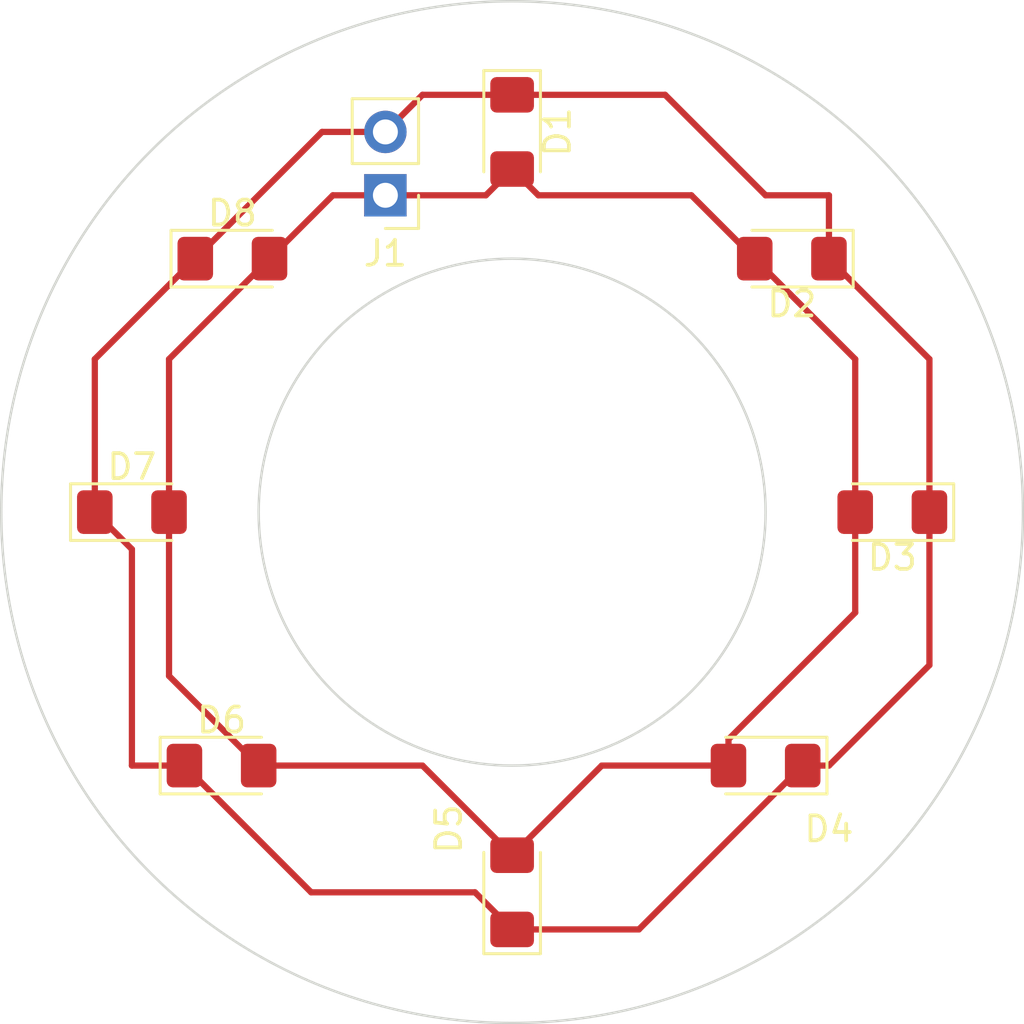
<source format=kicad_pcb>
(kicad_pcb (version 20211014) (generator pcbnew)
  (layers (0 "F.Cu" signal) (31 "B.Cu" signal) (34 "B.Paste" user) (35 "F.Paste" user) (36 "B.SilkS" user "B.Silkscreen") (37 "F.SilkS" user "F.Silkscreen") (38 "B.Mask" user) (39 "F.Mask" user) (44 "Edge.Cuts" user))
  (net 0 "")
  (net 1 "GND")
  (net 2 "+3V3")
  (footprint "Connector_PinHeader_2.54mm:PinHeader_1x02_P2.54mm_Vertical" (layer "F.Cu") (at 142.24 81.28 180)
    (fp_text reference "J1" (at 0 -2.33) (layer "F.SilkS"))
    (fp_text value "Conn_01x02_Male")
    (fp_line (start -1.33 0) (end -1.33 -1.33) (layer "F.SilkS") (width 0.12))
    (fp_line (start -1.33 -1.33) (end 0 -1.33) (layer "F.SilkS") (width 0.12))
    (fp_line (start -1.33 1.27) (end -1.33 3.87) (layer "F.SilkS") (width 0.12))
    (fp_line (start -1.33 1.27) (end 1.33 1.27) (layer "F.SilkS") (width 0.12))
    (fp_line (start -1.33 3.87) (end 1.33 3.87) (layer "F.SilkS") (width 0.12))
    (fp_line (start 1.33 1.27) (end 1.33 3.87) (layer "F.SilkS") (width 0.12))
    (pad "1" thru_hole rect (at 0 0 180) (size 1.7 1.7) (drill 1) (layers *.Cu *.Mask) (net 2 "+3V3"))
    (pad "2" thru_hole oval (at 0 2.54 180) (size 1.7 1.7) (drill 1) (layers *.Cu *.Mask) (net 1 "GND"))
  )
  (footprint "Diode_SMD:D_1206_3216Metric_Pad1.42x1.75mm_HandSolder" (layer "F.Cu") (at 147.32 109.22 90)
    (fp_text reference "D5" (at 2.54 -2.54 90) (layer "F.SilkS"))
    (fp_text value "LED")
    (fp_line (start 1.6 -1.135) (end -2.46 -1.135) (layer "F.SilkS") (width 0.12))
    (fp_line (start -2.46 -1.135) (end -2.46 1.135) (layer "F.SilkS") (width 0.12))
    (fp_line (start -2.46 1.135) (end 1.6 1.135) (layer "F.SilkS") (width 0.12))
    (pad "1" smd roundrect (at -1.4875 0 90) (size 1.425 1.75) (layers "F.Cu" "F.Paste" "F.Mask") (roundrect_rratio 0.175439) (net 1 "GND"))
    (pad "2" smd roundrect (at 1.4875 0 90) (size 1.425 1.75) (layers "F.Cu" "F.Paste" "F.Mask") (roundrect_rratio 0.175439) (net 2 "+3V3"))
  )
  (footprint "Diode_SMD:D_1206_3216Metric_Pad1.42x1.75mm_HandSolder" (layer "F.Cu") (at 136.1075 83.82)
    (fp_text reference "D8" (at 0 -1.82) (layer "F.SilkS"))
    (fp_text value "LED")
    (fp_line (start -2.46 1.135) (end 1.6 1.135) (layer "F.SilkS") (width 0.12))
    (fp_line (start -2.46 -1.135) (end -2.46 1.135) (layer "F.SilkS") (width 0.12))
    (fp_line (start 1.6 -1.135) (end -2.46 -1.135) (layer "F.SilkS") (width 0.12))
    (pad "1" smd roundrect (at -1.4875 0) (size 1.425 1.75) (layers "F.Cu" "F.Paste" "F.Mask") (roundrect_rratio 0.175439) (net 1 "GND"))
    (pad "2" smd roundrect (at 1.4875 0) (size 1.425 1.75) (layers "F.Cu" "F.Paste" "F.Mask") (roundrect_rratio 0.175439) (net 2 "+3V3"))
  )
  (footprint "Diode_SMD:D_1206_3216Metric_Pad1.42x1.75mm_HandSolder" (layer "F.Cu") (at 162.56 93.98 180)
    (fp_text reference "D3" (at 0 -1.82) (layer "F.SilkS"))
    (fp_text value "LED")
    (fp_line (start -2.46 1.135) (end 1.6 1.135) (layer "F.SilkS") (width 0.12))
    (fp_line (start 1.6 -1.135) (end -2.46 -1.135) (layer "F.SilkS") (width 0.12))
    (fp_line (start -2.46 -1.135) (end -2.46 1.135) (layer "F.SilkS") (width 0.12))
    (pad "1" smd roundrect (at -1.4875 0 180) (size 1.425 1.75) (layers "F.Cu" "F.Paste" "F.Mask") (roundrect_rratio 0.175439) (net 1 "GND"))
    (pad "2" smd roundrect (at 1.4875 0 180) (size 1.425 1.75) (layers "F.Cu" "F.Paste" "F.Mask") (roundrect_rratio 0.175439) (net 2 "+3V3"))
  )
  (footprint "Diode_SMD:D_1206_3216Metric_Pad1.42x1.75mm_HandSolder" (layer "F.Cu") (at 157.48 104.14 180)
    (fp_text reference "D4" (at -2.54 -2.54) (layer "F.SilkS"))
    (fp_text value "LED")
    (fp_line (start 1.6 -1.135) (end -2.46 -1.135) (layer "F.SilkS") (width 0.12))
    (fp_line (start -2.46 1.135) (end 1.6 1.135) (layer "F.SilkS") (width 0.12))
    (fp_line (start -2.46 -1.135) (end -2.46 1.135) (layer "F.SilkS") (width 0.12))
    (pad "1" smd roundrect (at -1.4875 0 180) (size 1.425 1.75) (layers "F.Cu" "F.Paste" "F.Mask") (roundrect_rratio 0.175439) (net 1 "GND"))
    (pad "2" smd roundrect (at 1.4875 0 180) (size 1.425 1.75) (layers "F.Cu" "F.Paste" "F.Mask") (roundrect_rratio 0.175439) (net 2 "+3V3"))
  )
  (footprint "Diode_SMD:D_1206_3216Metric_Pad1.42x1.75mm_HandSolder" (layer "F.Cu") (at 132.08 93.98)
    (fp_text reference "D7" (at 0 -1.82) (layer "F.SilkS"))
    (fp_text value "LED")
    (fp_line (start 1.6 -1.135) (end -2.46 -1.135) (layer "F.SilkS") (width 0.12))
    (fp_line (start -2.46 -1.135) (end -2.46 1.135) (layer "F.SilkS") (width 0.12))
    (fp_line (start -2.46 1.135) (end 1.6 1.135) (layer "F.SilkS") (width 0.12))
    (pad "1" smd roundrect (at -1.4875 0) (size 1.425 1.75) (layers "F.Cu" "F.Paste" "F.Mask") (roundrect_rratio 0.175439) (net 1 "GND"))
    (pad "2" smd roundrect (at 1.4875 0) (size 1.425 1.75) (layers "F.Cu" "F.Paste" "F.Mask") (roundrect_rratio 0.175439) (net 2 "+3V3"))
  )
  (footprint "Diode_SMD:D_1206_3216Metric_Pad1.42x1.75mm_HandSolder" (layer "F.Cu") (at 135.6725 104.14)
    (fp_text reference "D6" (at 0 -1.82) (layer "F.SilkS"))
    (fp_text value "LED")
    (fp_line (start 1.6 -1.135) (end -2.46 -1.135) (layer "F.SilkS") (width 0.12))
    (fp_line (start -2.46 -1.135) (end -2.46 1.135) (layer "F.SilkS") (width 0.12))
    (fp_line (start -2.46 1.135) (end 1.6 1.135) (layer "F.SilkS") (width 0.12))
    (pad "1" smd roundrect (at -1.4875 0) (size 1.425 1.75) (layers "F.Cu" "F.Paste" "F.Mask") (roundrect_rratio 0.175439) (net 1 "GND"))
    (pad "2" smd roundrect (at 1.4875 0) (size 1.425 1.75) (layers "F.Cu" "F.Paste" "F.Mask") (roundrect_rratio 0.175439) (net 2 "+3V3"))
  )
  (footprint "Diode_SMD:D_1206_3216Metric_Pad1.42x1.75mm_HandSolder" (layer "F.Cu") (at 147.32 78.74 -90)
    (fp_text reference "D1" (at 0 -1.82 90) (layer "F.SilkS"))
    (fp_text value "LED")
    (fp_line (start 1.6 -1.135) (end -2.46 -1.135) (layer "F.SilkS") (width 0.12))
    (fp_line (start -2.46 -1.135) (end -2.46 1.135) (layer "F.SilkS") (width 0.12))
    (fp_line (start -2.46 1.135) (end 1.6 1.135) (layer "F.SilkS") (width 0.12))
    (pad "1" smd roundrect (at -1.4875 0 270) (size 1.425 1.75) (layers "F.Cu" "F.Paste" "F.Mask") (roundrect_rratio 0.175439) (net 1 "GND"))
    (pad "2" smd roundrect (at 1.4875 0 270) (size 1.425 1.75) (layers "F.Cu" "F.Paste" "F.Mask") (roundrect_rratio 0.175439) (net 2 "+3V3"))
  )
  (footprint "Diode_SMD:D_1206_3216Metric_Pad1.42x1.75mm_HandSolder" (layer "F.Cu") (at 158.5325 83.82 180)
    (fp_text reference "D2" (at 0 -1.82) (layer "F.SilkS"))
    (fp_text value "LED")
    (fp_line (start 1.6 -1.135) (end -2.46 -1.135) (layer "F.SilkS") (width 0.12))
    (fp_line (start -2.46 1.135) (end 1.6 1.135) (layer "F.SilkS") (width 0.12))
    (fp_line (start -2.46 -1.135) (end -2.46 1.135) (layer "F.SilkS") (width 0.12))
    (pad "1" smd roundrect (at -1.4875 0 180) (size 1.425 1.75) (layers "F.Cu" "F.Paste" "F.Mask") (roundrect_rratio 0.175439) (net 1 "GND"))
    (pad "2" smd roundrect (at 1.4875 0 180) (size 1.425 1.75) (layers "F.Cu" "F.Paste" "F.Mask") (roundrect_rratio 0.175439) (net 2 "+3V3"))
  )
  (gr_circle (center 147.32 93.98) (end 167.64 91.44) (layer "Edge.Cuts") (width 0.1) (fill none))
  (gr_circle (center 147.32 93.98) (end 157.48 93.98) (layer "Edge.Cuts") (width 0.1) (fill none))
  (segment (start 147.32 110.7075) (end 145.8325 109.22) (width 0.25) (layer "F.Cu") (net 1))
  (segment (start 145.8325 109.22) (end 139.265 109.22) (width 0.25) (layer "F.Cu") (net 1))
  (segment (start 158.9675 104.14) (end 160.02 104.14) (width 0.25) (layer "F.Cu") (net 1))
  (segment (start 132.08 95.4675) (end 132.08 104.14) (width 0.25) (layer "F.Cu") (net 1))
  (segment (start 147.32 77.2525) (end 143.7275 77.2525) (width 0.25) (layer "F.Cu") (net 1))
  (segment (start 143.7275 77.2525) (end 142.24 78.74) (width 0.25) (layer "F.Cu") (net 1))
  (segment (start 134.62 83.82) (end 130.5925 87.8475) (width 0.25) (layer "F.Cu") (net 1))
  (segment (start 160.02 81.28) (end 160.02 83.82) (width 0.25) (layer "F.Cu") (net 1))
  (segment (start 132.08 104.14) (end 134.185 104.14) (width 0.25) (layer "F.Cu") (net 1))
  (segment (start 139.265 109.22) (end 134.185 104.14) (width 0.25) (layer "F.Cu") (net 1))
  (segment (start 153.4525 77.2525) (end 157.48 81.28) (width 0.25) (layer "F.Cu") (net 1))
  (segment (start 164.0475 87.8475) (end 160.02 83.82) (width 0.25) (layer "F.Cu") (net 1))
  (segment (start 164.0475 93.98) (end 164.0475 87.8475) (width 0.25) (layer "F.Cu") (net 1))
  (segment (start 130.5925 93.98) (end 132.08 95.4675) (width 0.25) (layer "F.Cu") (net 1))
  (segment (start 147.32 77.2525) (end 153.4525 77.2525) (width 0.25) (layer "F.Cu") (net 1))
  (segment (start 164.0475 100.1125) (end 164.0475 93.98) (width 0.25) (layer "F.Cu") (net 1))
  (segment (start 160.02 104.14) (end 164.0475 100.1125) (width 0.25) (layer "F.Cu") (net 1))
  (segment (start 147.32 110.7075) (end 152.4 110.7075) (width 0.25) (layer "F.Cu") (net 1))
  (segment (start 130.5925 87.8475) (end 130.5925 93.98) (width 0.25) (layer "F.Cu") (net 1))
  (segment (start 139.7 78.74) (end 134.62 83.82) (width 0.25) (layer "F.Cu") (net 1))
  (segment (start 142.24 78.74) (end 139.7 78.74) (width 0.25) (layer "F.Cu") (net 1))
  (segment (start 152.4 110.7075) (end 158.9675 104.14) (width 0.25) (layer "F.Cu") (net 1))
  (segment (start 157.48 81.28) (end 160.02 81.28) (width 0.25) (layer "F.Cu") (net 1))
  (segment (start 147.32 107.7325) (end 143.7275 104.14) (width 0.25) (layer "F.Cu") (net 2))
  (segment (start 133.5675 100.5475) (end 133.5675 93.98) (width 0.25) (layer "F.Cu") (net 2))
  (segment (start 161.0725 98.0075) (end 161.0725 93.98) (width 0.25) (layer "F.Cu") (net 2))
  (segment (start 150.9125 104.14) (end 147.32 107.7325) (width 0.25) (layer "F.Cu") (net 2))
  (segment (start 142.24 81.28) (end 140.135 81.28) (width 0.25) (layer "F.Cu") (net 2))
  (segment (start 155.9925 103.0875) (end 161.0725 98.0075) (width 0.25) (layer "F.Cu") (net 2))
  (segment (start 147.32 80.2275) (end 148.3725 81.28) (width 0.25) (layer "F.Cu") (net 2))
  (segment (start 155.9925 104.14) (end 150.9125 104.14) (width 0.25) (layer "F.Cu") (net 2))
  (segment (start 140.135 81.28) (end 137.595 83.82) (width 0.25) (layer "F.Cu") (net 2))
  (segment (start 147.32 80.2275) (end 146.2675 81.28) (width 0.25) (layer "F.Cu") (net 2))
  (segment (start 133.5675 87.8475) (end 137.595 83.82) (width 0.25) (layer "F.Cu") (net 2))
  (segment (start 148.3725 81.28) (end 154.505 81.28) (width 0.25) (layer "F.Cu") (net 2))
  (segment (start 133.5675 87.8475) (end 133.5675 93.98) (width 0.25) (layer "F.Cu") (net 2))
  (segment (start 137.16 104.14) (end 133.5675 100.5475) (width 0.25) (layer "F.Cu") (net 2))
  (segment (start 157.045 83.82) (end 161.0725 87.8475) (width 0.25) (layer "F.Cu") (net 2))
  (segment (start 143.7275 104.14) (end 137.16 104.14) (width 0.25) (layer "F.Cu") (net 2))
  (segment (start 161.0725 87.8475) (end 161.0725 93.98) (width 0.25) (layer "F.Cu") (net 2))
  (segment (start 146.2675 81.28) (end 142.24 81.28) (width 0.25) (layer "F.Cu") (net 2))
  (segment (start 155.9925 104.14) (end 155.9925 103.0875) (width 0.25) (layer "F.Cu") (net 2))
  (segment (start 154.505 81.28) (end 157.045 83.82) (width 0.25) (layer "F.Cu") (net 2))
)
</source>
